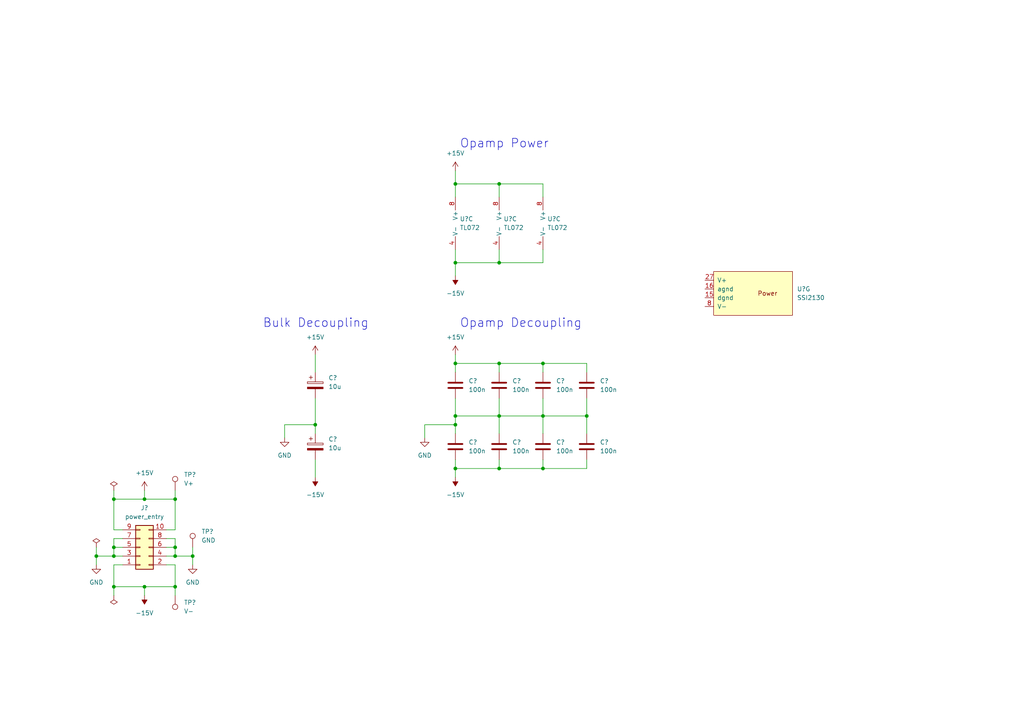
<source format=kicad_sch>
(kicad_sch (version 20211123) (generator eeschema)
  (paper "A4")
  (lib_symbols
    (symbol "Amplifier_Operational:TL072" (pin_names (offset 0.127))
      (property "Reference" "U" (at 0 5.08 0))
      (property "Value" "TL072" (at 0 -5.08 0))
      (symbol "TL072_1_1"
        (polyline (pts (xy -5.08 5.08) (xy 5.08 0) (xy -5.08 -5.08) (xy -5.08 5.08)) (stroke (width 0.254)) (fill (type background)))
        (pin output line (at 7.62 0 180) (length 2.54) (name "~") (number "1"))
        (pin input line (at -7.62 -2.54 0) (length 2.54) (name "-") (number "2"))
        (pin input line (at -7.62 2.54 0) (length 2.54) (name "+") (number "3"))
      )
      (symbol "TL072_2_1"
        (polyline (pts (xy -5.08 5.08) (xy 5.08 0) (xy -5.08 -5.08) (xy -5.08 5.08)) (stroke (width 0.254)) (fill (type background)))
        (pin input line (at -7.62 2.54 0) (length 2.54) (name "+") (number "5"))
        (pin input line (at -7.62 -2.54 0) (length 2.54) (name "-") (number "6"))
        (pin output line (at 7.62 0 180) (length 2.54) (name "~") (number "7"))
      )
      (symbol "TL072_3_1"
        (pin power_in line (at -2.54 -7.62 90) (length 3.81) (name "V-") (number "4"))
        (pin power_in line (at -2.54 7.62 270) (length 3.81) (name "V+") (number "8"))
      )
    )
    (symbol "Connector:TestPoint" (pin_numbers hide) (pin_names (offset 0.762) hide)
      (property "Reference" "TP" (at 0 6.858 0))
      (property "Value" "TestPoint" (at 0 5.08 0))
      (symbol "TestPoint_0_1"
        (circle (center 0 3.302) (radius 0.762))
      )
      (symbol "TestPoint_1_1"
        (pin passive line (at 0 0 90) (length 2.54) (name "1") (number "1"))
      )
    )
    (symbol "Connector_Generic:Conn_02x05_Odd_Even" (pin_names (offset 1.016) hide)
      (property "Reference" "J" (at 1.27 7.62 0))
      (property "Value" "Conn_02x05_Odd_Even" (at 1.27 -7.62 0))
      (symbol "Conn_02x05_Odd_Even_1_1"
        (rectangle (start -1.27 -4.953) (end 0 -5.207) (stroke (width 0.1524)))
        (rectangle (start -1.27 -2.413) (end 0 -2.667) (stroke (width 0.1524)))
        (rectangle (start -1.27 0.127) (end 0 -0.127) (stroke (width 0.1524)))
        (rectangle (start -1.27 2.667) (end 0 2.413) (stroke (width 0.1524)))
        (rectangle (start -1.27 5.207) (end 0 4.953) (stroke (width 0.1524)))
        (rectangle (start -1.27 6.35) (end 3.81 -6.35) (stroke (width 0.254)) (fill (type background)))
        (rectangle (start 3.81 -4.953) (end 2.54 -5.207) (stroke (width 0.1524)))
        (rectangle (start 3.81 -2.413) (end 2.54 -2.667) (stroke (width 0.1524)))
        (rectangle (start 3.81 0.127) (end 2.54 -0.127) (stroke (width 0.1524)))
        (rectangle (start 3.81 2.667) (end 2.54 2.413) (stroke (width 0.1524)))
        (rectangle (start 3.81 5.207) (end 2.54 4.953) (stroke (width 0.1524)))
        (pin passive line (at -5.08 5.08 0) (length 3.81) (name "Pin_1") (number "1"))
        (pin passive line (at 7.62 -5.08 180) (length 3.81) (name "Pin_10") (number "10"))
        (pin passive line (at 7.62 5.08 180) (length 3.81) (name "Pin_2") (number "2"))
        (pin passive line (at -5.08 2.54 0) (length 3.81) (name "Pin_3") (number "3"))
        (pin passive line (at 7.62 2.54 180) (length 3.81) (name "Pin_4") (number "4"))
        (pin passive line (at -5.08 0 0) (length 3.81) (name "Pin_5") (number "5"))
        (pin passive line (at 7.62 0 180) (length 3.81) (name "Pin_6") (number "6"))
        (pin passive line (at -5.08 -2.54 0) (length 3.81) (name "Pin_7") (number "7"))
        (pin passive line (at 7.62 -2.54 180) (length 3.81) (name "Pin_8") (number "8"))
        (pin passive line (at -5.08 -5.08 0) (length 3.81) (name "Pin_9") (number "9"))
      )
    )
    (symbol "Device:C" (pin_numbers hide) (pin_names (offset 0.254))
      (property "Reference" "C" (at 0.635 2.54 0))
      (property "Value" "C" (at 0.635 -2.54 0))
      (symbol "C_0_1"
        (polyline (pts (xy -2.032 -0.762) (xy 2.032 -0.762)) (stroke (width 0.508)))
        (polyline (pts (xy -2.032 0.762) (xy 2.032 0.762)) (stroke (width 0.508)))
      )
      (symbol "C_1_1"
        (pin passive line (at 0 3.81 270) (length 2.794) (name "~") (number "1"))
        (pin passive line (at 0 -3.81 90) (length 2.794) (name "~") (number "2"))
      )
    )
    (symbol "Device:C_Polarized" (pin_numbers hide) (pin_names (offset 0.254))
      (property "Reference" "C" (at 0.635 2.54 0))
      (property "Value" "C_Polarized" (at 0.635 -2.54 0))
      (symbol "C_Polarized_0_1"
        (rectangle (start -2.286 0.508) (end 2.286 1.016))
        (polyline (pts (xy -1.778 2.286) (xy -0.762 2.286)))
        (polyline (pts (xy -1.27 2.794) (xy -1.27 1.778)))
        (rectangle (start 2.286 -0.508) (end -2.286 -1.016) (fill (type outline)))
      )
      (symbol "C_Polarized_1_1"
        (pin passive line (at 0 3.81 270) (length 2.794) (name "~") (number "1"))
        (pin passive line (at 0 -3.81 90) (length 2.794) (name "~") (number "2"))
      )
    )
    (symbol "custom_symbols:SSI2130" (pin_names (offset 1.016))
      (property "Reference" "U?" (at 10.16 16.51 0))
      (property "Value" "SSI2130" (at 10.16 13.97 0))
      (symbol "SSI2130_1_0"
        (polyline (pts (xy -16.51 11.43) (xy -16.51 -13.97) (xy 15.24 -13.97) (xy 15.24 11.43) (xy 6.35 11.43) (xy -16.51 11.43)) (fill (type background)))
        (text "Generator" (at 3.81 -8.89 0) (effects (font (size 1.27 1.27)) (justify left)))
        (text "Triangle" (at 3.81 -6.35 0) (effects (font (size 1.27 1.27)) (justify left)))
      )
      (symbol "SSI2130_1_1"
        (pin output line (at 17.78 2.54 180) (length 2.54) (name "tri_out") (number "1"))
        (pin input line (at -19.05 -11.43 0) (length 2.54) (name "tcap") (number "14"))
        (pin input line (at -19.05 -1.27 0) (length 2.54) (name "hard_sync") (number "17"))
        (pin input line (at -19.05 -6.35 0) (length 2.54) (name "time_rev") (number "18"))
        (pin input line (at -19.05 3.81 0) (length 2.54) (name "soft_sync") (number "19"))
        (pin input line (at 0 -16.51 90) (length 2.54) (name "hft_base") (number "20"))
        (pin input line (at -19.05 8.89 0) (length 2.54) (name "lin_freq") (number "21"))
        (pin power_in line (at 0 13.97 270) (length 2.54) (name "vref") (number "23"))
        (pin output line (at 17.78 -2.54 180) (length 2.54) (name "square_out") (number "28"))
        (pin input line (at -3.81 -16.51 90) (length 2.54) (name "hf_track") (number "6"))
      )
      (symbol "SSI2130_2_1"
        (polyline (pts (xy -11.43 0) (xy -11.43 7.62) (xy 12.7 7.62) (xy 12.7 -8.89) (xy -11.43 -8.89) (xy -11.43 0)) (fill (type background)))
        (text "Saw" (at 1.27 -3.81 0) (effects (font (size 1.27 1.27)) (justify left)))
        (text "Shaper" (at 1.27 -6.35 0) (effects (font (size 1.27 1.27)) (justify left)))
        (pin output line (at 15.24 0 180) (length 2.54) (name "saw_out") (number "29"))
      )
      (symbol "SSI2130_3_1"
        (polyline (pts (xy 12.7 7.62) (xy -11.43 7.62) (xy -11.43 -8.89) (xy 12.7 -8.89) (xy 12.7 7.62)) (fill (type background)))
        (text "Pulse" (at 1.27 -3.81 0) (effects (font (size 1.27 1.27)) (justify left)))
        (text "Shaper" (at 1.27 -6.35 0) (effects (font (size 1.27 1.27)) (justify left)))
        (pin output line (at 15.24 0 180) (length 2.54) (name "pulse_out") (number "30"))
        (pin input line (at -13.97 3.81 0) (length 2.54) (name "pwm_in_-") (number "31"))
        (pin input line (at -13.97 -5.08 0) (length 2.54) (name "pwm_in_+") (number "32"))
      )
      (symbol "SSI2130_4_1"
        (polyline (pts (xy -11.43 6.35) (xy -11.43 -6.35) (xy 11.43 -6.35) (xy 11.43 6.35) (xy -11.43 6.35)) (fill (type background)))
        (text "Analog" (at 1.27 1.27 0) (effects (font (size 1.27 1.27)) (justify left)))
        (text "Multiplier" (at 1.27 -1.27 0) (effects (font (size 1.27 1.27)) (justify left)))
        (pin input line (at -13.97 3.81 0) (length 2.54) (name "expo_scale") (number "22"))
        (pin input line (at -13.97 -3.81 0) (length 2.54) (name "bw_comp") (number "26"))
        (pin input line (at -13.97 0 0) (length 2.54) (name "expo_freq") (number "7"))
      )
      (symbol "SSI2130_5_1"
        (polyline (pts (xy -11.43 7.62) (xy -11.43 -8.89) (xy 12.7 -8.89) (xy 12.7 7.62) (xy -11.43 7.62)) (fill (type background)))
        (text "Shaper" (at 1.27 -6.35 0) (effects (font (size 1.27 1.27)) (justify left)))
        (text "Sine Wave" (at 1.27 -3.81 0) (effects (font (size 1.27 1.27)) (justify left)))
        (pin input line (at -13.97 -5.08 0) (length 2.54) (name "sine_in_+") (number "2"))
        (pin output line (at 15.24 0 180) (length 2.54) (name "sine_out") (number "24"))
        (pin input line (at -13.97 3.81 0) (length 2.54) (name "sine_in_-") (number "3"))
      )
      (symbol "SSI2130_6_1"
        (polyline (pts (xy 11.43 -11.43) (xy -11.43 -11.43) (xy -11.43 10.16) (xy -11.43 17.78) (xy 11.43 17.78) (xy 11.43 -11.43)) (fill (type background)))
        (text "Mixer" (at 3.81 -7.62 0) (effects (font (size 1.27 1.27)) (justify left)))
        (pin input line (at -13.97 -5.08 0) (length 2.54) (name "saw_mix") (number "10"))
        (pin input line (at -13.97 -8.89 0) (length 2.54) (name "pulse_mix") (number "11"))
        (pin input line (at -13.97 6.35 0) (length 2.54) (name "aux_1_mix") (number "12"))
        (pin input line (at -13.97 2.54 0) (length 2.54) (name "aux_2_mix") (number "13"))
        (pin output line (at 13.97 3.81 180) (length 2.54) (name "mix_out") (number "25"))
        (pin input line (at -13.97 15.24 0) (length 2.54) (name "aux_in_1") (number "4"))
        (pin input line (at -13.97 11.43 0) (length 2.54) (name "aux_in_2") (number "5"))
        (pin input line (at -13.97 -1.27 0) (length 2.54) (name "tri_mix") (number "9"))
      )
      (symbol "SSI2130_7_1"
        (polyline (pts (xy -11.43 6.35) (xy -11.43 -6.35) (xy 11.43 -6.35) (xy 11.43 6.35) (xy -11.43 6.35)) (fill (type background)))
        (text "Power" (at 1.27 0 0) (effects (font (size 1.27 1.27)) (justify left)))
        (pin power_in line (at -13.97 -1.27 0) (length 2.54) (name "dgnd") (number "15"))
        (pin power_in line (at -13.97 1.27 0) (length 2.54) (name "agnd") (number "16"))
        (pin power_in line (at -13.97 3.81 0) (length 2.54) (name "V+") (number "27"))
        (pin power_in line (at -13.97 -3.81 0) (length 2.54) (name "V-") (number "8"))
      )
    )
    (symbol "power:+15V" (power) (pin_names (offset 0))
      (property "Value" "+15V" (at 0 3.556 0))
      (symbol "+15V_0_1"
        (polyline (pts (xy -0.762 1.27) (xy 0 2.54)))
        (polyline (pts (xy 0 0) (xy 0 2.54)))
        (polyline (pts (xy 0 2.54) (xy 0.762 1.27)))
      )
      (symbol "+15V_1_1"
        (pin power_in line (at 0 0 90) (length 0) hide (name "+15V") (number "1"))
      )
    )
    (symbol "power:-15V" (power) (pin_names (offset 0))
      (property "Value" "-15V" (at 0 3.81 0))
      (symbol "-15V_0_0"
        (pin power_in line (at 0 0 90) (length 0) hide (name "-15V") (number "1"))
      )
      (symbol "-15V_0_1"
        (polyline (pts (xy 0 0) (xy 0 1.27) (xy 0.762 1.27) (xy 0 2.54) (xy -0.762 1.27) (xy 0 1.27)) (fill (type outline)))
      )
    )
    (symbol "power:GND" (power) (pin_names (offset 0))
      (property "Value" "GND" (at 0 -3.81 0))
      (symbol "GND_0_1"
        (polyline (pts (xy 0 0) (xy 0 -1.27) (xy 1.27 -1.27) (xy 0 -2.54) (xy -1.27 -1.27) (xy 0 -1.27)))
      )
      (symbol "GND_1_1"
        (pin power_in line (at 0 0 270) (length 0) hide (name "GND") (number "1"))
      )
    )
    (symbol "power:PWR_FLAG" (power) (pin_numbers hide) (pin_names (offset 0) hide)
      (property "Value" "PWR_FLAG" (at 0 3.81 0))
      (symbol "PWR_FLAG_0_0"
        (pin power_out line (at 0 0 90) (length 0) (name "pwr") (number "1"))
      )
      (symbol "PWR_FLAG_0_1"
        (polyline (pts (xy 0 0) (xy 0 1.27) (xy -1.016 1.905) (xy 0 2.54) (xy 1.016 1.905) (xy 0 1.27)))
      )
    )
  )
  (junction (at 144.78 120.65))
  (junction (at 33.02 158.75))
  (junction (at 132.08 123.19))
  (junction (at 55.88 161.29))
  (junction (at 132.08 53.34))
  (junction (at 157.48 105.41))
  (junction (at 50.8 170.18))
  (junction (at 132.08 76.2))
  (junction (at 170.18 120.65))
  (junction (at 132.08 120.65))
  (junction (at 144.78 135.89))
  (junction (at 33.02 161.29))
  (junction (at 144.78 105.41))
  (junction (at 27.94 161.29))
  (junction (at 41.91 144.78))
  (junction (at 33.02 144.78))
  (junction (at 41.91 170.18))
  (junction (at 50.8 158.75))
  (junction (at 50.8 144.78))
  (junction (at 144.78 53.34))
  (junction (at 33.02 170.18))
  (junction (at 157.48 120.65))
  (junction (at 157.48 135.89))
  (junction (at 132.08 105.41))
  (junction (at 50.8 161.29))
  (junction (at 91.44 123.19))
  (junction (at 144.78 76.2))
  (junction (at 132.08 135.89))
  (wire (pts (xy 157.48 120.65) (xy 157.48 115.57)))
  (wire (pts (xy 170.18 105.41) (xy 170.18 107.95)))
  (wire (pts (xy 33.02 156.21) (xy 33.02 158.75)))
  (wire (pts (xy 157.48 135.89) (xy 170.18 135.89)))
  (wire (pts (xy 33.02 170.18) (xy 41.91 170.18)))
  (wire (pts (xy 132.08 72.39) (xy 132.08 76.2)))
  (wire (pts (xy 33.02 156.21) (xy 35.56 156.21)))
  (wire (pts (xy 132.08 53.34) (xy 132.08 57.15)))
  (wire (pts (xy 144.78 120.65) (xy 144.78 115.57)))
  (wire (pts (xy 33.02 158.75) (xy 33.02 161.29)))
  (wire (pts (xy 123.19 127) (xy 123.19 123.19)))
  (wire (pts (xy 50.8 144.78) (xy 41.91 144.78)))
  (wire (pts (xy 144.78 107.95) (xy 144.78 105.41)))
  (wire (pts (xy 157.48 120.65) (xy 170.18 120.65)))
  (wire (pts (xy 48.26 161.29) (xy 50.8 161.29)))
  (wire (pts (xy 144.78 72.39) (xy 144.78 76.2)))
  (wire (pts (xy 144.78 53.34) (xy 132.08 53.34)))
  (wire (pts (xy 48.26 156.21) (xy 50.8 156.21)))
  (wire (pts (xy 91.44 133.35) (xy 91.44 138.43)))
  (wire (pts (xy 132.08 135.89) (xy 132.08 138.43)))
  (wire (pts (xy 157.48 105.41) (xy 170.18 105.41)))
  (wire (pts (xy 33.02 172.72) (xy 33.02 170.18)))
  (wire (pts (xy 144.78 120.65) (xy 157.48 120.65)))
  (wire (pts (xy 132.08 80.01) (xy 132.08 76.2)))
  (wire (pts (xy 48.26 153.67) (xy 50.8 153.67)))
  (wire (pts (xy 144.78 120.65) (xy 132.08 120.65)))
  (wire (pts (xy 41.91 170.18) (xy 50.8 170.18)))
  (wire (pts (xy 27.94 158.75) (xy 27.94 161.29)))
  (wire (pts (xy 157.48 53.34) (xy 157.48 57.15)))
  (wire (pts (xy 55.88 163.83) (xy 55.88 161.29)))
  (wire (pts (xy 132.08 135.89) (xy 144.78 135.89)))
  (wire (pts (xy 33.02 144.78) (xy 33.02 153.67)))
  (wire (pts (xy 144.78 125.73) (xy 144.78 120.65)))
  (wire (pts (xy 41.91 142.24) (xy 41.91 144.78)))
  (wire (pts (xy 170.18 133.35) (xy 170.18 135.89)))
  (wire (pts (xy 144.78 135.89) (xy 157.48 135.89)))
  (wire (pts (xy 144.78 105.41) (xy 157.48 105.41)))
  (wire (pts (xy 50.8 158.75) (xy 50.8 156.21)))
  (wire (pts (xy 170.18 115.57) (xy 170.18 120.65)))
  (wire (pts (xy 132.08 120.65) (xy 132.08 123.19)))
  (wire (pts (xy 35.56 163.83) (xy 33.02 163.83)))
  (wire (pts (xy 50.8 163.83) (xy 48.26 163.83)))
  (wire (pts (xy 27.94 161.29) (xy 33.02 161.29)))
  (wire (pts (xy 50.8 161.29) (xy 50.8 158.75)))
  (wire (pts (xy 33.02 163.83) (xy 33.02 170.18)))
  (wire (pts (xy 91.44 115.57) (xy 91.44 123.19)))
  (wire (pts (xy 157.48 53.34) (xy 144.78 53.34)))
  (wire (pts (xy 50.8 153.67) (xy 50.8 144.78)))
  (wire (pts (xy 35.56 161.29) (xy 33.02 161.29)))
  (wire (pts (xy 55.88 161.29) (xy 50.8 161.29)))
  (wire (pts (xy 33.02 142.24) (xy 33.02 144.78)))
  (wire (pts (xy 157.48 105.41) (xy 157.48 107.95)))
  (wire (pts (xy 82.55 123.19) (xy 91.44 123.19)))
  (wire (pts (xy 157.48 120.65) (xy 157.48 125.73)))
  (wire (pts (xy 132.08 105.41) (xy 132.08 107.95)))
  (wire (pts (xy 144.78 53.34) (xy 144.78 57.15)))
  (wire (pts (xy 82.55 127) (xy 82.55 123.19)))
  (wire (pts (xy 144.78 76.2) (xy 132.08 76.2)))
  (wire (pts (xy 27.94 163.83) (xy 27.94 161.29)))
  (wire (pts (xy 132.08 102.87) (xy 132.08 105.41)))
  (wire (pts (xy 170.18 120.65) (xy 170.18 125.73)))
  (wire (pts (xy 50.8 142.24) (xy 50.8 144.78)))
  (wire (pts (xy 144.78 135.89) (xy 144.78 133.35)))
  (wire (pts (xy 33.02 153.67) (xy 35.56 153.67)))
  (wire (pts (xy 50.8 172.72) (xy 50.8 170.18)))
  (wire (pts (xy 157.48 133.35) (xy 157.48 135.89)))
  (wire (pts (xy 48.26 158.75) (xy 50.8 158.75)))
  (wire (pts (xy 33.02 158.75) (xy 35.56 158.75)))
  (wire (pts (xy 91.44 123.19) (xy 91.44 125.73)))
  (wire (pts (xy 132.08 123.19) (xy 132.08 125.73)))
  (wire (pts (xy 91.44 102.87) (xy 91.44 107.95)))
  (wire (pts (xy 41.91 170.18) (xy 41.91 172.72)))
  (wire (pts (xy 157.48 76.2) (xy 144.78 76.2)))
  (wire (pts (xy 132.08 49.53) (xy 132.08 53.34)))
  (wire (pts (xy 132.08 115.57) (xy 132.08 120.65)))
  (wire (pts (xy 144.78 105.41) (xy 132.08 105.41)))
  (wire (pts (xy 157.48 76.2) (xy 157.48 72.39)))
  (wire (pts (xy 132.08 133.35) (xy 132.08 135.89)))
  (wire (pts (xy 55.88 158.75) (xy 55.88 161.29)))
  (wire (pts (xy 50.8 170.18) (xy 50.8 163.83)))
  (wire (pts (xy 123.19 123.19) (xy 132.08 123.19)))
  (wire (pts (xy 41.91 144.78) (xy 33.02 144.78)))
  (text "Opamp Decoupling" (at 133.35 95.25 0) (effects (font (size 2.5 2.5)) (justify left bottom)))
  (text "Opamp Power" (at 133.35 43.18 0) (effects (font (size 2.5 2.5)) (justify left bottom)))
  (text "Bulk Decoupling" (at 76.2 95.25 0) (effects (font (size 2.5 2.5)) (justify left bottom)))
  (symbol (lib_id "Connector:TestPoint") (at 50.8 172.72 180) (unit 1)
    (property "Reference" "TP?" (at 53.34 174.7519 0) (effects (justify right)))
    (property "Value" "V-" (at 53.34 177.2919 0) (effects (justify right)))
    (property "Footprint" "TestPoint:TestPoint_Keystone_5000-5004_Miniature" (effects hide))
  )
  (symbol (lib_id "Amplifier_Operational:TL072") (at 134.62 64.77 0) (unit 3)
    (property "Reference" "U?" (at 133.35 63.4999 0) (effects (justify left)))
    (property "Value" "TL072" (at 133.35 66.0399 0) (effects (justify left)))
    (property "Footprint" "Package_SO:SO-8_5.3x6.2mm_P1.27mm" (effects hide))
    (property "Datasheet" "http://www.ti.com/lit/ds/symlink/tl071.pdf" (effects hide))
  )
  (symbol (lib_id "power:+15V") (at 132.08 102.87 0) (unit 1)
    (property "Reference" "#PWR?" (effects hide))
    (property "Value" "+15V" (at 132.08 97.79 0))
  )
  (symbol (lib_id "power:GND") (at 55.88 163.83 0) (unit 1)
    (property "Reference" "#PWR?" (effects hide))
    (property "Value" "GND" (at 55.88 168.91 0))
  )
  (symbol (lib_id "Device:C") (at 170.18 129.54 0) (unit 1)
    (property "Reference" "C?" (at 173.99 128.2699 0) (effects (justify left)))
    (property "Value" "100n" (at 173.99 130.8099 0) (effects (justify left)))
    (property "Footprint" "Capacitor_SMD:C_0805_2012Metric" (effects hide))
  )
  (symbol (lib_id "Device:C") (at 157.48 129.54 0) (unit 1)
    (property "Reference" "C?" (at 161.29 128.2699 0) (effects (justify left)))
    (property "Value" "100n" (at 161.29 130.8099 0) (effects (justify left)))
    (property "Footprint" "Capacitor_SMD:C_0805_2012Metric" (effects hide))
  )
  (symbol (lib_id "Connector:TestPoint") (at 50.8 142.24 0) (unit 1)
    (property "Reference" "TP?" (at 53.34 137.6679 0) (effects (justify left)))
    (property "Value" "V+" (at 53.34 140.2079 0) (effects (justify left)))
    (property "Footprint" "TestPoint:TestPoint_Keystone_5000-5004_Miniature" (effects hide))
  )
  (symbol (lib_id "power:-15V") (at 41.91 172.72 180) (unit 1)
    (property "Reference" "#PWR?" (effects hide))
    (property "Value" "-15V" (at 41.91 177.8 0))
  )
  (symbol (lib_id "Device:C") (at 144.78 111.76 0) (unit 1)
    (property "Reference" "C?" (at 148.59 110.4899 0) (effects (justify left)))
    (property "Value" "100n" (at 148.59 113.0299 0) (effects (justify left)))
    (property "Footprint" "Capacitor_SMD:C_0805_2012Metric" (effects hide))
  )
  (symbol (lib_id "Device:C") (at 170.18 111.76 0) (unit 1)
    (property "Reference" "C?" (at 173.99 110.4899 0) (effects (justify left)))
    (property "Value" "100n" (at 173.99 113.0299 0) (effects (justify left)))
    (property "Footprint" "Capacitor_SMD:C_0805_2012Metric" (effects hide))
  )
  (symbol (lib_id "Device:C") (at 157.48 111.76 0) (unit 1)
    (property "Reference" "C?" (at 161.29 110.4899 0) (effects (justify left)))
    (property "Value" "100n" (at 161.29 113.0299 0) (effects (justify left)))
    (property "Footprint" "Capacitor_SMD:C_0805_2012Metric" (effects hide))
  )
  (symbol (lib_id "power:GND") (at 27.94 163.83 0) (mirror y) (unit 1)
    (property "Reference" "#PWR?" (effects hide))
    (property "Value" "GND" (at 27.94 168.91 0))
  )
  (symbol (lib_id "power:+15V") (at 91.44 102.87 0) (unit 1)
    (property "Reference" "#PWR?" (effects hide))
    (property "Value" "+15V" (at 91.44 97.79 0))
  )
  (symbol (lib_id "Device:C") (at 144.78 129.54 0) (unit 1)
    (property "Reference" "C?" (at 148.59 128.2699 0) (effects (justify left)))
    (property "Value" "100n" (at 148.59 130.8099 0) (effects (justify left)))
    (property "Footprint" "Capacitor_SMD:C_0805_2012Metric" (effects hide))
  )
  (symbol (lib_id "power:+15V") (at 41.91 142.24 0) (unit 1)
    (property "Reference" "#PWR?" (effects hide))
    (property "Value" "+15V" (at 41.91 137.16 0))
  )
  (symbol (lib_id "power:-15V") (at 132.08 80.01 180) (unit 1)
    (property "Reference" "#PWR?" (effects hide))
    (property "Value" "-15V" (at 132.08 85.09 0))
  )
  (symbol (lib_id "Device:C") (at 132.08 111.76 0) (unit 1)
    (property "Reference" "C?" (at 135.89 110.4899 0) (effects (justify left)))
    (property "Value" "100n" (at 135.89 113.0299 0) (effects (justify left)))
    (property "Footprint" "Capacitor_SMD:C_0805_2012Metric" (effects hide))
  )
  (symbol (lib_id "power:-15V") (at 132.08 138.43 180) (unit 1)
    (property "Reference" "#PWR?" (effects hide))
    (property "Value" "-15V" (at 132.08 143.51 0))
  )
  (symbol (lib_id "Device:C_Polarized") (at 91.44 111.76 0) (unit 1)
    (property "Reference" "C?" (at 95.25 109.6009 0) (effects (justify left)))
    (property "Value" "10u" (at 95.25 112.1409 0) (effects (justify left)))
    (property "Footprint" "Capacitor_THT:CP_Radial_D6.3mm_P2.50mm" (effects hide))
  )
  (symbol (lib_id "power:+15V") (at 132.08 49.53 0) (unit 1)
    (property "Reference" "#PWR?" (effects hide))
    (property "Value" "+15V" (at 132.08 44.45 0))
  )
  (symbol (lib_id "power:GND") (at 82.55 127 0) (unit 1)
    (property "Reference" "#PWR?" (effects hide))
    (property "Value" "GND" (at 82.55 132.08 0))
  )
  (symbol (lib_id "power:-15V") (at 91.44 138.43 180) (unit 1)
    (property "Reference" "#PWR?" (effects hide))
    (property "Value" "-15V" (at 91.44 143.51 0))
  )
  (symbol (lib_id "Amplifier_Operational:TL072") (at 147.32 64.77 0) (unit 3)
    (property "Reference" "U?" (at 146.05 63.4999 0) (effects (justify left)))
    (property "Value" "TL072" (at 146.05 66.0399 0) (effects (justify left)))
    (property "Footprint" "Package_SO:SO-8_5.3x6.2mm_P1.27mm" (effects hide))
    (property "Datasheet" "http://www.ti.com/lit/ds/symlink/tl071.pdf" (effects hide))
  )
  (symbol (lib_id "Amplifier_Operational:TL072") (at 160.02 64.77 0) (unit 3)
    (property "Reference" "U?" (at 158.75 63.4999 0) (effects (justify left)))
    (property "Value" "TL072" (at 158.75 66.0399 0) (effects (justify left)))
    (property "Footprint" "Package_SO:SO-8_5.3x6.2mm_P1.27mm" (effects hide))
    (property "Datasheet" "http://www.ti.com/lit/ds/symlink/tl071.pdf" (effects hide))
  )
  (symbol (lib_id "Device:C") (at 132.08 129.54 0) (unit 1)
    (property "Reference" "C?" (at 135.89 128.2699 0) (effects (justify left)))
    (property "Value" "100n" (at 135.89 130.8099 0) (effects (justify left)))
    (property "Footprint" "Capacitor_SMD:C_0805_2012Metric" (effects hide))
  )
  (symbol (lib_id "power:GND") (at 123.19 127 0) (unit 1)
    (property "Reference" "#PWR?" (effects hide))
    (property "Value" "GND" (at 123.19 132.08 0))
  )
  (symbol (lib_id "power:PWR_FLAG") (at 33.02 172.72 180) (unit 1)
    (property "Reference" "#FLG?" (effects hide))
    (property "Value" "PWR_FLAG" (effects hide))
  )
  (symbol (lib_id "Connector_Generic:Conn_02x05_Odd_Even") (at 40.64 158.75 0) (mirror x) (unit 1)
    (property "Reference" "J?" (at 41.91 147.32 0))
    (property "Value" "power_entry" (at 41.91 149.86 0))
    (property "Footprint" "Connector_IDC:IDC-Header_2x05_P2.54mm_Vertical" (effects hide))
  )
  (symbol (lib_id "Device:C_Polarized") (at 91.44 129.54 0) (unit 1)
    (property "Reference" "C?" (at 95.25 127.3809 0) (effects (justify left)))
    (property "Value" "10u" (at 95.25 129.9209 0) (effects (justify left)))
    (property "Footprint" "Capacitor_THT:CP_Radial_D6.3mm_P2.50mm" (effects hide))
  )
  (symbol (lib_id "Connector:TestPoint") (at 55.88 158.75 0) (unit 1)
    (property "Reference" "TP?" (at 58.42 154.1779 0) (effects (justify left)))
    (property "Value" "GND" (at 58.42 156.7179 0) (effects (justify left)))
    (property "Footprint" "TestPoint:TestPoint_Bridge_Pitch7.62mm_Drill1.3mm" (effects hide))
  )
  (symbol (lib_id "power:PWR_FLAG") (at 27.94 158.75 0) (unit 1)
    (property "Reference" "#FLG?" (effects hide))
    (property "Value" "PWR_FLAG" (effects hide))
  )
  (symbol (lib_id "custom_symbols:SSI2130") (at 218.44 85.09 0) (unit 7)
    (property "Reference" "U?" (at 231.14 83.8199 0) (effects (justify left)))
    (property "Value" "SSI2130" (at 231.14 86.3599 0) (effects (justify left)))
  )
  (symbol (lib_id "power:PWR_FLAG") (at 33.02 142.24 0) (unit 1)
    (property "Reference" "#FLG?" (effects hide))
    (property "Value" "PWR_FLAG" (effects hide))
  )
)
</source>
